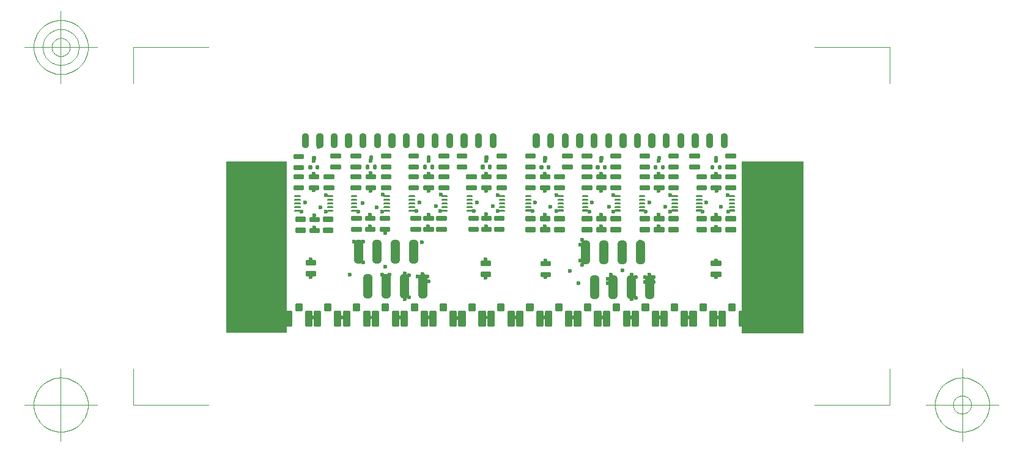
<source format=gbr>
G04 Generated by Ultiboard *
%FSLAX25Y25*%
%MOMM*%

%ADD10C,0.00100*%
%ADD11C,0.10000*%
%ADD12C,0.60000*%
%ADD13R,0.20000X1.20000*%
%ADD14C,0.80000*%
%ADD15R,0.60000X1.80000*%
%ADD16C,0.40000*%
%ADD17R,0.60000X0.65000*%
%ADD18R,1.05867X0.27534*%
%ADD19C,0.42316*%
%ADD20R,0.20000X2.30000*%
%ADD21C,1.00000*%
%ADD22C,2.70916*%
%ADD23R,0.10000X0.20000*%
%ADD24R,0.70000X0.10000*%
%ADD25C,0.20000*%


%LNSolder Mask Top*%
%LPD*%
%FSLAX25Y25*%
%MOMM*%
G54D10*
G36*
X0Y5900D02*
X0Y2380800D01*
X838100Y2380800D01*
X838100Y5900D01*
X0Y5900D01*
G37*
G36*
X7140000Y0D02*
X7140000Y2374900D01*
X7990000Y2374900D01*
X7990000Y0D01*
X7140000Y0D01*
G37*
G54D11*
X-1290000Y-990000D02*
X-1290000Y-495000D01*
X-1290000Y-990000D02*
X-242000Y-990000D01*
X9190000Y-990000D02*
X8142000Y-990000D01*
X9190000Y-990000D02*
X9190000Y-495000D01*
X9190000Y3960000D02*
X9190000Y3465000D01*
X9190000Y3960000D02*
X8142000Y3960000D01*
X-1290000Y3960000D02*
X-242000Y3960000D01*
X-1290000Y3960000D02*
X-1290000Y3465000D01*
X-1790000Y-990000D02*
X-2790000Y-990000D01*
X-2290000Y-1490000D02*
X-2290000Y-490000D01*
X-1915000Y-990000D02*
X-1916806Y-953244D01*
X-1916806Y-953244D02*
X-1922206Y-916841D01*
X-1922206Y-916841D02*
X-1931147Y-881143D01*
X-1931147Y-881143D02*
X-1943545Y-846494D01*
X-1943545Y-846494D02*
X-1959280Y-813226D01*
X-1959280Y-813226D02*
X-1978199Y-781661D01*
X-1978199Y-781661D02*
X-2000121Y-752103D01*
X-2000121Y-752103D02*
X-2024835Y-724835D01*
X-2024835Y-724835D02*
X-2052103Y-700121D01*
X-2052103Y-700121D02*
X-2081661Y-678199D01*
X-2081661Y-678199D02*
X-2113226Y-659280D01*
X-2113226Y-659280D02*
X-2146494Y-643545D01*
X-2146494Y-643545D02*
X-2181143Y-631147D01*
X-2181143Y-631147D02*
X-2216841Y-622206D01*
X-2216841Y-622206D02*
X-2253244Y-616806D01*
X-2253244Y-616806D02*
X-2290000Y-615000D01*
X-2290000Y-615000D02*
X-2326756Y-616806D01*
X-2326756Y-616806D02*
X-2363159Y-622206D01*
X-2363159Y-622206D02*
X-2398857Y-631147D01*
X-2398857Y-631147D02*
X-2433506Y-643545D01*
X-2433506Y-643545D02*
X-2466774Y-659280D01*
X-2466774Y-659280D02*
X-2498339Y-678199D01*
X-2498339Y-678199D02*
X-2527897Y-700121D01*
X-2527897Y-700121D02*
X-2555165Y-724835D01*
X-2555165Y-724835D02*
X-2579879Y-752103D01*
X-2579879Y-752103D02*
X-2601801Y-781661D01*
X-2601801Y-781661D02*
X-2620720Y-813226D01*
X-2620720Y-813226D02*
X-2636455Y-846494D01*
X-2636455Y-846494D02*
X-2648853Y-881143D01*
X-2648853Y-881143D02*
X-2657794Y-916841D01*
X-2657794Y-916841D02*
X-2663194Y-953244D01*
X-2663194Y-953244D02*
X-2665000Y-990000D01*
X-2665000Y-990000D02*
X-2663194Y-1026756D01*
X-2663194Y-1026756D02*
X-2657794Y-1063159D01*
X-2657794Y-1063159D02*
X-2648853Y-1098857D01*
X-2648853Y-1098857D02*
X-2636455Y-1133506D01*
X-2636455Y-1133506D02*
X-2620720Y-1166774D01*
X-2620720Y-1166774D02*
X-2601801Y-1198339D01*
X-2601801Y-1198339D02*
X-2579879Y-1227897D01*
X-2579879Y-1227897D02*
X-2555165Y-1255165D01*
X-2555165Y-1255165D02*
X-2527897Y-1279879D01*
X-2527897Y-1279879D02*
X-2498339Y-1301801D01*
X-2498339Y-1301801D02*
X-2466774Y-1320720D01*
X-2466774Y-1320720D02*
X-2433506Y-1336455D01*
X-2433506Y-1336455D02*
X-2398857Y-1348853D01*
X-2398857Y-1348853D02*
X-2363159Y-1357794D01*
X-2363159Y-1357794D02*
X-2326756Y-1363194D01*
X-2326756Y-1363194D02*
X-2290000Y-1365000D01*
X-2290000Y-1365000D02*
X-2253244Y-1363194D01*
X-2253244Y-1363194D02*
X-2216841Y-1357794D01*
X-2216841Y-1357794D02*
X-2181143Y-1348853D01*
X-2181143Y-1348853D02*
X-2146494Y-1336455D01*
X-2146494Y-1336455D02*
X-2113226Y-1320720D01*
X-2113226Y-1320720D02*
X-2081661Y-1301801D01*
X-2081661Y-1301801D02*
X-2052103Y-1279879D01*
X-2052103Y-1279879D02*
X-2024835Y-1255165D01*
X-2024835Y-1255165D02*
X-2000121Y-1227897D01*
X-2000121Y-1227897D02*
X-1978199Y-1198339D01*
X-1978199Y-1198339D02*
X-1959280Y-1166774D01*
X-1959280Y-1166774D02*
X-1943545Y-1133506D01*
X-1943545Y-1133506D02*
X-1931147Y-1098857D01*
X-1931147Y-1098857D02*
X-1922206Y-1063159D01*
X-1922206Y-1063159D02*
X-1916806Y-1026756D01*
X-1916806Y-1026756D02*
X-1915000Y-990000D01*
X9690000Y-990000D02*
X10690000Y-990000D01*
X10190000Y-1490000D02*
X10190000Y-490000D01*
X10565000Y-990000D02*
X10563194Y-953244D01*
X10563194Y-953244D02*
X10557795Y-916841D01*
X10557795Y-916841D02*
X10548853Y-881143D01*
X10548853Y-881143D02*
X10536455Y-846494D01*
X10536455Y-846494D02*
X10520721Y-813226D01*
X10520721Y-813226D02*
X10501801Y-781661D01*
X10501801Y-781661D02*
X10479879Y-752103D01*
X10479879Y-752103D02*
X10455165Y-724835D01*
X10455165Y-724835D02*
X10427898Y-700121D01*
X10427898Y-700121D02*
X10398339Y-678199D01*
X10398339Y-678199D02*
X10366774Y-659280D01*
X10366774Y-659280D02*
X10333506Y-643545D01*
X10333506Y-643545D02*
X10298857Y-631147D01*
X10298857Y-631147D02*
X10263159Y-622206D01*
X10263159Y-622206D02*
X10226757Y-616806D01*
X10226757Y-616806D02*
X10190000Y-615000D01*
X10190000Y-615000D02*
X10153244Y-616806D01*
X10153244Y-616806D02*
X10116841Y-622206D01*
X10116841Y-622206D02*
X10081143Y-631147D01*
X10081143Y-631147D02*
X10046494Y-643545D01*
X10046494Y-643545D02*
X10013226Y-659280D01*
X10013226Y-659280D02*
X9981661Y-678199D01*
X9981661Y-678199D02*
X9952103Y-700121D01*
X9952103Y-700121D02*
X9924835Y-724835D01*
X9924835Y-724835D02*
X9900121Y-752103D01*
X9900121Y-752103D02*
X9878199Y-781661D01*
X9878199Y-781661D02*
X9859280Y-813226D01*
X9859280Y-813226D02*
X9843545Y-846494D01*
X9843545Y-846494D02*
X9831148Y-881143D01*
X9831148Y-881143D02*
X9822206Y-916841D01*
X9822206Y-916841D02*
X9816806Y-953244D01*
X9816806Y-953244D02*
X9815000Y-990000D01*
X9815000Y-990000D02*
X9816806Y-1026756D01*
X9816806Y-1026756D02*
X9822206Y-1063159D01*
X9822206Y-1063159D02*
X9831148Y-1098857D01*
X9831148Y-1098857D02*
X9843545Y-1133506D01*
X9843545Y-1133506D02*
X9859280Y-1166774D01*
X9859280Y-1166774D02*
X9878199Y-1198339D01*
X9878199Y-1198339D02*
X9900121Y-1227897D01*
X9900121Y-1227897D02*
X9924835Y-1255165D01*
X9924835Y-1255165D02*
X9952103Y-1279879D01*
X9952103Y-1279879D02*
X9981661Y-1301801D01*
X9981661Y-1301801D02*
X10013226Y-1320720D01*
X10013226Y-1320720D02*
X10046494Y-1336455D01*
X10046494Y-1336455D02*
X10081143Y-1348853D01*
X10081143Y-1348853D02*
X10116841Y-1357794D01*
X10116841Y-1357794D02*
X10153244Y-1363194D01*
X10153244Y-1363194D02*
X10190000Y-1365000D01*
X10190000Y-1365000D02*
X10226757Y-1363194D01*
X10226757Y-1363194D02*
X10263159Y-1357794D01*
X10263159Y-1357794D02*
X10298857Y-1348853D01*
X10298857Y-1348853D02*
X10333506Y-1336455D01*
X10333506Y-1336455D02*
X10366774Y-1320720D01*
X10366774Y-1320720D02*
X10398339Y-1301801D01*
X10398339Y-1301801D02*
X10427898Y-1279879D01*
X10427898Y-1279879D02*
X10455165Y-1255165D01*
X10455165Y-1255165D02*
X10479879Y-1227897D01*
X10479879Y-1227897D02*
X10501801Y-1198339D01*
X10501801Y-1198339D02*
X10520721Y-1166774D01*
X10520721Y-1166774D02*
X10536455Y-1133506D01*
X10536455Y-1133506D02*
X10548853Y-1098857D01*
X10548853Y-1098857D02*
X10557795Y-1063159D01*
X10557795Y-1063159D02*
X10563194Y-1026756D01*
X10563194Y-1026756D02*
X10565000Y-990000D01*
X10315000Y-990000D02*
X10314398Y-977748D01*
X10314398Y-977748D02*
X10312598Y-965614D01*
X10312598Y-965614D02*
X10309618Y-953715D01*
X10309618Y-953715D02*
X10305485Y-942165D01*
X10305485Y-942165D02*
X10300240Y-931076D01*
X10300240Y-931076D02*
X10293934Y-920554D01*
X10293934Y-920554D02*
X10286626Y-910701D01*
X10286626Y-910701D02*
X10278388Y-901612D01*
X10278388Y-901612D02*
X10269299Y-893374D01*
X10269299Y-893374D02*
X10259446Y-886066D01*
X10259446Y-886066D02*
X10248925Y-879760D01*
X10248925Y-879760D02*
X10237836Y-874515D01*
X10237836Y-874515D02*
X10226286Y-870383D01*
X10226286Y-870383D02*
X10214386Y-867402D01*
X10214386Y-867402D02*
X10202252Y-865602D01*
X10202252Y-865602D02*
X10190000Y-865000D01*
X10190000Y-865000D02*
X10177748Y-865602D01*
X10177748Y-865602D02*
X10165614Y-867402D01*
X10165614Y-867402D02*
X10153715Y-870383D01*
X10153715Y-870383D02*
X10142165Y-874515D01*
X10142165Y-874515D02*
X10131076Y-879760D01*
X10131076Y-879760D02*
X10120554Y-886066D01*
X10120554Y-886066D02*
X10110701Y-893374D01*
X10110701Y-893374D02*
X10101612Y-901612D01*
X10101612Y-901612D02*
X10093374Y-910701D01*
X10093374Y-910701D02*
X10086066Y-920554D01*
X10086066Y-920554D02*
X10079760Y-931076D01*
X10079760Y-931076D02*
X10074515Y-942165D01*
X10074515Y-942165D02*
X10070383Y-953715D01*
X10070383Y-953715D02*
X10067402Y-965614D01*
X10067402Y-965614D02*
X10065602Y-977748D01*
X10065602Y-977748D02*
X10065000Y-990000D01*
X10065000Y-990000D02*
X10065602Y-1002252D01*
X10065602Y-1002252D02*
X10067402Y-1014386D01*
X10067402Y-1014386D02*
X10070383Y-1026286D01*
X10070383Y-1026286D02*
X10074515Y-1037835D01*
X10074515Y-1037835D02*
X10079760Y-1048925D01*
X10079760Y-1048925D02*
X10086066Y-1059446D01*
X10086066Y-1059446D02*
X10093374Y-1069299D01*
X10093374Y-1069299D02*
X10101612Y-1078388D01*
X10101612Y-1078388D02*
X10110701Y-1086626D01*
X10110701Y-1086626D02*
X10120554Y-1093934D01*
X10120554Y-1093934D02*
X10131076Y-1100240D01*
X10131076Y-1100240D02*
X10142165Y-1105485D01*
X10142165Y-1105485D02*
X10153715Y-1109618D01*
X10153715Y-1109618D02*
X10165614Y-1112598D01*
X10165614Y-1112598D02*
X10177748Y-1114398D01*
X10177748Y-1114398D02*
X10190000Y-1115000D01*
X10190000Y-1115000D02*
X10202252Y-1114398D01*
X10202252Y-1114398D02*
X10214386Y-1112598D01*
X10214386Y-1112598D02*
X10226286Y-1109618D01*
X10226286Y-1109618D02*
X10237836Y-1105485D01*
X10237836Y-1105485D02*
X10248925Y-1100240D01*
X10248925Y-1100240D02*
X10259446Y-1093934D01*
X10259446Y-1093934D02*
X10269299Y-1086626D01*
X10269299Y-1086626D02*
X10278388Y-1078388D01*
X10278388Y-1078388D02*
X10286626Y-1069299D01*
X10286626Y-1069299D02*
X10293934Y-1059446D01*
X10293934Y-1059446D02*
X10300240Y-1048925D01*
X10300240Y-1048925D02*
X10305485Y-1037835D01*
X10305485Y-1037835D02*
X10309618Y-1026286D01*
X10309618Y-1026286D02*
X10312598Y-1014386D01*
X10312598Y-1014386D02*
X10314398Y-1002252D01*
X10314398Y-1002252D02*
X10315000Y-990000D01*
X-1790000Y3960000D02*
X-2790000Y3960000D01*
X-2290000Y3460000D02*
X-2290000Y4460000D01*
X-1915000Y3960000D02*
X-1916806Y3996757D01*
X-1916806Y3996757D02*
X-1922206Y4033159D01*
X-1922206Y4033159D02*
X-1931147Y4068857D01*
X-1931147Y4068857D02*
X-1943545Y4103506D01*
X-1943545Y4103506D02*
X-1959280Y4136774D01*
X-1959280Y4136774D02*
X-1978199Y4168339D01*
X-1978199Y4168339D02*
X-2000121Y4197898D01*
X-2000121Y4197898D02*
X-2024835Y4225165D01*
X-2024835Y4225165D02*
X-2052103Y4249879D01*
X-2052103Y4249879D02*
X-2081661Y4271801D01*
X-2081661Y4271801D02*
X-2113226Y4290721D01*
X-2113226Y4290721D02*
X-2146494Y4306455D01*
X-2146494Y4306455D02*
X-2181143Y4318853D01*
X-2181143Y4318853D02*
X-2216841Y4327795D01*
X-2216841Y4327795D02*
X-2253244Y4333194D01*
X-2253244Y4333194D02*
X-2290000Y4335000D01*
X-2290000Y4335000D02*
X-2326756Y4333194D01*
X-2326756Y4333194D02*
X-2363159Y4327795D01*
X-2363159Y4327795D02*
X-2398857Y4318853D01*
X-2398857Y4318853D02*
X-2433506Y4306455D01*
X-2433506Y4306455D02*
X-2466774Y4290721D01*
X-2466774Y4290721D02*
X-2498339Y4271801D01*
X-2498339Y4271801D02*
X-2527897Y4249879D01*
X-2527897Y4249879D02*
X-2555165Y4225165D01*
X-2555165Y4225165D02*
X-2579879Y4197898D01*
X-2579879Y4197898D02*
X-2601801Y4168339D01*
X-2601801Y4168339D02*
X-2620720Y4136774D01*
X-2620720Y4136774D02*
X-2636455Y4103506D01*
X-2636455Y4103506D02*
X-2648853Y4068857D01*
X-2648853Y4068857D02*
X-2657794Y4033159D01*
X-2657794Y4033159D02*
X-2663194Y3996757D01*
X-2663194Y3996757D02*
X-2665000Y3960000D01*
X-2665000Y3960000D02*
X-2663194Y3923244D01*
X-2663194Y3923244D02*
X-2657794Y3886841D01*
X-2657794Y3886841D02*
X-2648853Y3851143D01*
X-2648853Y3851143D02*
X-2636455Y3816494D01*
X-2636455Y3816494D02*
X-2620720Y3783226D01*
X-2620720Y3783226D02*
X-2601801Y3751661D01*
X-2601801Y3751661D02*
X-2579879Y3722103D01*
X-2579879Y3722103D02*
X-2555165Y3694835D01*
X-2555165Y3694835D02*
X-2527897Y3670121D01*
X-2527897Y3670121D02*
X-2498339Y3648199D01*
X-2498339Y3648199D02*
X-2466774Y3629280D01*
X-2466774Y3629280D02*
X-2433506Y3613545D01*
X-2433506Y3613545D02*
X-2398857Y3601148D01*
X-2398857Y3601148D02*
X-2363159Y3592206D01*
X-2363159Y3592206D02*
X-2326756Y3586806D01*
X-2326756Y3586806D02*
X-2290000Y3585000D01*
X-2290000Y3585000D02*
X-2253244Y3586806D01*
X-2253244Y3586806D02*
X-2216841Y3592206D01*
X-2216841Y3592206D02*
X-2181143Y3601148D01*
X-2181143Y3601148D02*
X-2146494Y3613545D01*
X-2146494Y3613545D02*
X-2113226Y3629280D01*
X-2113226Y3629280D02*
X-2081661Y3648199D01*
X-2081661Y3648199D02*
X-2052103Y3670121D01*
X-2052103Y3670121D02*
X-2024835Y3694835D01*
X-2024835Y3694835D02*
X-2000121Y3722103D01*
X-2000121Y3722103D02*
X-1978199Y3751661D01*
X-1978199Y3751661D02*
X-1959280Y3783226D01*
X-1959280Y3783226D02*
X-1943545Y3816494D01*
X-1943545Y3816494D02*
X-1931147Y3851143D01*
X-1931147Y3851143D02*
X-1922206Y3886841D01*
X-1922206Y3886841D02*
X-1916806Y3923244D01*
X-1916806Y3923244D02*
X-1915000Y3960000D01*
X-2040000Y3960000D02*
X-2041204Y3984504D01*
X-2041204Y3984504D02*
X-2044804Y4008773D01*
X-2044804Y4008773D02*
X-2050765Y4032571D01*
X-2050765Y4032571D02*
X-2059030Y4055671D01*
X-2059030Y4055671D02*
X-2069520Y4077849D01*
X-2069520Y4077849D02*
X-2082133Y4098893D01*
X-2082133Y4098893D02*
X-2096747Y4118598D01*
X-2096747Y4118598D02*
X-2113223Y4136777D01*
X-2113223Y4136777D02*
X-2131402Y4153253D01*
X-2131402Y4153253D02*
X-2151107Y4167868D01*
X-2151107Y4167868D02*
X-2172151Y4180480D01*
X-2172151Y4180480D02*
X-2194329Y4190970D01*
X-2194329Y4190970D02*
X-2217429Y4199235D01*
X-2217429Y4199235D02*
X-2241227Y4205196D01*
X-2241227Y4205196D02*
X-2265496Y4208796D01*
X-2265496Y4208796D02*
X-2290000Y4210000D01*
X-2290000Y4210000D02*
X-2314504Y4208796D01*
X-2314504Y4208796D02*
X-2338772Y4205196D01*
X-2338772Y4205196D02*
X-2362571Y4199235D01*
X-2362571Y4199235D02*
X-2385671Y4190970D01*
X-2385671Y4190970D02*
X-2407849Y4180480D01*
X-2407849Y4180480D02*
X-2428892Y4167868D01*
X-2428892Y4167868D02*
X-2448598Y4153253D01*
X-2448598Y4153253D02*
X-2466777Y4136777D01*
X-2466777Y4136777D02*
X-2483253Y4118598D01*
X-2483253Y4118598D02*
X-2497867Y4098893D01*
X-2497867Y4098893D02*
X-2510480Y4077849D01*
X-2510480Y4077849D02*
X-2520970Y4055671D01*
X-2520970Y4055671D02*
X-2529235Y4032571D01*
X-2529235Y4032571D02*
X-2535196Y4008773D01*
X-2535196Y4008773D02*
X-2538796Y3984504D01*
X-2538796Y3984504D02*
X-2540000Y3960000D01*
X-2540000Y3960000D02*
X-2538796Y3935496D01*
X-2538796Y3935496D02*
X-2535196Y3911228D01*
X-2535196Y3911228D02*
X-2529235Y3887429D01*
X-2529235Y3887429D02*
X-2520970Y3864329D01*
X-2520970Y3864329D02*
X-2510480Y3842151D01*
X-2510480Y3842151D02*
X-2497867Y3821108D01*
X-2497867Y3821108D02*
X-2483253Y3801402D01*
X-2483253Y3801402D02*
X-2466777Y3783223D01*
X-2466777Y3783223D02*
X-2448598Y3766748D01*
X-2448598Y3766748D02*
X-2428892Y3752133D01*
X-2428892Y3752133D02*
X-2407849Y3739520D01*
X-2407849Y3739520D02*
X-2385671Y3729030D01*
X-2385671Y3729030D02*
X-2362571Y3720765D01*
X-2362571Y3720765D02*
X-2338772Y3714804D01*
X-2338772Y3714804D02*
X-2314504Y3711204D01*
X-2314504Y3711204D02*
X-2290000Y3710000D01*
X-2290000Y3710000D02*
X-2265496Y3711204D01*
X-2265496Y3711204D02*
X-2241227Y3714804D01*
X-2241227Y3714804D02*
X-2217429Y3720765D01*
X-2217429Y3720765D02*
X-2194329Y3729030D01*
X-2194329Y3729030D02*
X-2172151Y3739520D01*
X-2172151Y3739520D02*
X-2151107Y3752133D01*
X-2151107Y3752133D02*
X-2131402Y3766748D01*
X-2131402Y3766748D02*
X-2113223Y3783223D01*
X-2113223Y3783223D02*
X-2096747Y3801402D01*
X-2096747Y3801402D02*
X-2082133Y3821108D01*
X-2082133Y3821108D02*
X-2069520Y3842151D01*
X-2069520Y3842151D02*
X-2059030Y3864329D01*
X-2059030Y3864329D02*
X-2050765Y3887429D01*
X-2050765Y3887429D02*
X-2044804Y3911228D01*
X-2044804Y3911228D02*
X-2041204Y3935496D01*
X-2041204Y3935496D02*
X-2040000Y3960000D01*
X-2165000Y3960000D02*
X-2165602Y3972252D01*
X-2165602Y3972252D02*
X-2167402Y3984386D01*
X-2167402Y3984386D02*
X-2170382Y3996286D01*
X-2170382Y3996286D02*
X-2174515Y4007836D01*
X-2174515Y4007836D02*
X-2179760Y4018925D01*
X-2179760Y4018925D02*
X-2186066Y4029446D01*
X-2186066Y4029446D02*
X-2193374Y4039299D01*
X-2193374Y4039299D02*
X-2201612Y4048388D01*
X-2201612Y4048388D02*
X-2210701Y4056626D01*
X-2210701Y4056626D02*
X-2220554Y4063934D01*
X-2220554Y4063934D02*
X-2231075Y4070240D01*
X-2231075Y4070240D02*
X-2242165Y4075485D01*
X-2242165Y4075485D02*
X-2253714Y4079618D01*
X-2253714Y4079618D02*
X-2265614Y4082598D01*
X-2265614Y4082598D02*
X-2277748Y4084398D01*
X-2277748Y4084398D02*
X-2290000Y4085000D01*
X-2290000Y4085000D02*
X-2302252Y4084398D01*
X-2302252Y4084398D02*
X-2314386Y4082598D01*
X-2314386Y4082598D02*
X-2326285Y4079618D01*
X-2326285Y4079618D02*
X-2337835Y4075485D01*
X-2337835Y4075485D02*
X-2348924Y4070240D01*
X-2348924Y4070240D02*
X-2359446Y4063934D01*
X-2359446Y4063934D02*
X-2369299Y4056626D01*
X-2369299Y4056626D02*
X-2378388Y4048388D01*
X-2378388Y4048388D02*
X-2386626Y4039299D01*
X-2386626Y4039299D02*
X-2393934Y4029446D01*
X-2393934Y4029446D02*
X-2400240Y4018925D01*
X-2400240Y4018925D02*
X-2405485Y4007836D01*
X-2405485Y4007836D02*
X-2409617Y3996286D01*
X-2409617Y3996286D02*
X-2412598Y3984386D01*
X-2412598Y3984386D02*
X-2414398Y3972252D01*
X-2414398Y3972252D02*
X-2415000Y3960000D01*
X-2415000Y3960000D02*
X-2414398Y3947748D01*
X-2414398Y3947748D02*
X-2412598Y3935614D01*
X-2412598Y3935614D02*
X-2409617Y3923715D01*
X-2409617Y3923715D02*
X-2405485Y3912165D01*
X-2405485Y3912165D02*
X-2400240Y3901076D01*
X-2400240Y3901076D02*
X-2393934Y3890554D01*
X-2393934Y3890554D02*
X-2386626Y3880701D01*
X-2386626Y3880701D02*
X-2378388Y3871612D01*
X-2378388Y3871612D02*
X-2369299Y3863374D01*
X-2369299Y3863374D02*
X-2359446Y3856066D01*
X-2359446Y3856066D02*
X-2348924Y3849760D01*
X-2348924Y3849760D02*
X-2337835Y3844515D01*
X-2337835Y3844515D02*
X-2326285Y3840383D01*
X-2326285Y3840383D02*
X-2314386Y3837402D01*
X-2314386Y3837402D02*
X-2302252Y3835602D01*
X-2302252Y3835602D02*
X-2290000Y3835000D01*
X-2290000Y3835000D02*
X-2277748Y3835602D01*
X-2277748Y3835602D02*
X-2265614Y3837402D01*
X-2265614Y3837402D02*
X-2253714Y3840383D01*
X-2253714Y3840383D02*
X-2242165Y3844515D01*
X-2242165Y3844515D02*
X-2231075Y3849760D01*
X-2231075Y3849760D02*
X-2220554Y3856066D01*
X-2220554Y3856066D02*
X-2210701Y3863374D01*
X-2210701Y3863374D02*
X-2201612Y3871612D01*
X-2201612Y3871612D02*
X-2193374Y3880701D01*
X-2193374Y3880701D02*
X-2186066Y3890554D01*
X-2186066Y3890554D02*
X-2179760Y3901076D01*
X-2179760Y3901076D02*
X-2174515Y3912165D01*
X-2174515Y3912165D02*
X-2170382Y3923715D01*
X-2170382Y3923715D02*
X-2167402Y3935614D01*
X-2167402Y3935614D02*
X-2165602Y3947748D01*
X-2165602Y3947748D02*
X-2165000Y3960000D01*
G54D12*
X6400000Y220000D03*
X3200300Y209100D03*
X1600100Y221800D03*
X99700Y1572200D03*
X763200Y1571700D03*
X1220000Y1630000D03*
X763200Y1457400D03*
X759700Y669500D03*
X761300Y212300D03*
X761300Y98000D03*
X759700Y555200D03*
X759700Y440900D03*
X761300Y326600D03*
X760000Y1123000D03*
X761600Y1008700D03*
X761600Y894400D03*
X761600Y780100D03*
X760000Y1351600D03*
X760000Y1237300D03*
X98100Y780600D03*
X96200Y441400D03*
X97800Y212800D03*
X97800Y98500D03*
X97800Y327100D03*
X96200Y670000D03*
X96200Y555700D03*
X96500Y1237800D03*
X96500Y1123500D03*
X98100Y1009200D03*
X98100Y894900D03*
X99700Y1457900D03*
X96500Y1352100D03*
X1168300Y780600D03*
X1193700Y221800D03*
X1168300Y1021900D03*
X1220000Y1460000D03*
X763500Y2253800D03*
X761600Y1914600D03*
X761600Y1800300D03*
X763200Y1686000D03*
X761600Y2028900D03*
X760000Y2140000D03*
X98100Y2029400D03*
X98100Y1915100D03*
X98100Y1800800D03*
X99700Y1686500D03*
X100000Y2254300D03*
X100000Y2140000D03*
X1210000Y2390000D03*
X1210000Y2210000D03*
X1210000Y1980000D03*
X1090000Y1810000D03*
X1040000Y1680000D03*
X1308000Y1745800D03*
X1380000Y1680000D03*
X1380000Y1910000D03*
X1090000Y2720000D03*
X1282600Y2584000D03*
X1990000Y1640000D03*
X2800000Y1640000D03*
X2400200Y221800D03*
X1710000Y810000D03*
X2260000Y810000D03*
X2160000Y810000D03*
X1993800Y221800D03*
X1990000Y1480000D03*
X1900000Y980000D03*
X1770000Y1270000D03*
X1900000Y1270000D03*
X2200000Y920000D03*
X2200000Y1390000D03*
X2470000Y830000D03*
X2720000Y820000D03*
X2650000Y790000D03*
X2530000Y800000D03*
X2790000Y790000D03*
X2793900Y221800D03*
X2800000Y720000D03*
X2470000Y470000D03*
X2530000Y500000D03*
X2793900Y1479100D03*
X2710000Y1260000D03*
X2000000Y2390000D03*
X2000000Y2220000D03*
X2000000Y1970000D03*
X1828700Y1682300D03*
X1890000Y1800000D03*
X2158900Y1682300D03*
X2082700Y1745800D03*
X2170000Y1920000D03*
X2800000Y2390000D03*
X2800000Y2210000D03*
X2800000Y1970000D03*
X2679600Y1809300D03*
X2630000Y1690000D03*
X2908200Y1758500D03*
X2970000Y1920000D03*
X2960000Y1690000D03*
X4800000Y220000D03*
X4760000Y860000D03*
X4410000Y1640000D03*
X4000000Y220000D03*
X3594000Y767900D03*
X3594000Y221800D03*
X3599300Y1479100D03*
X3594000Y1021900D03*
X4420000Y780000D03*
X4400000Y220000D03*
X4410000Y1480000D03*
X4420000Y1010000D03*
X3600000Y2390000D03*
X3600000Y2210000D03*
X3600000Y1970000D03*
X3600000Y1650000D03*
X3430000Y1690000D03*
X3470000Y1810000D03*
X3690000Y1760000D03*
X3760000Y1690000D03*
X3760000Y1910000D03*
X3490000Y2720000D03*
X3690000Y2720000D03*
X4410000Y2390000D03*
X4410000Y1970000D03*
X4410000Y2210000D03*
X4240000Y1690000D03*
X4280000Y1810000D03*
X4490000Y1750000D03*
X4570000Y1910000D03*
X4570000Y1690000D03*
X4290000Y2720000D03*
X4490000Y2600000D03*
X5190000Y1640000D03*
X5990000Y1640000D03*
X5600000Y220000D03*
X5610000Y810000D03*
X5610000Y470000D03*
X5330000Y810000D03*
X5200000Y220000D03*
X4880000Y690000D03*
X5280000Y750000D03*
X5280000Y690000D03*
X5190000Y1480000D03*
X4900000Y1230000D03*
X4930000Y950000D03*
X4900000Y1010000D03*
X4990000Y1437600D03*
X4930000Y1290000D03*
X5490000Y870000D03*
X5390000Y1437600D03*
X5670000Y780000D03*
X5860000Y810000D03*
X5800000Y780000D03*
X5920000Y780000D03*
X6000000Y220000D03*
X5670000Y490000D03*
X5800000Y710000D03*
X5920000Y710000D03*
X5990000Y1480000D03*
X5730000Y1270000D03*
X5190000Y2390000D03*
X5190000Y2210000D03*
X5190000Y1970000D03*
X5060000Y1810000D03*
X5030000Y1680000D03*
X5360000Y1680000D03*
X5300000Y1750000D03*
X5360000Y1910000D03*
X5990000Y2390000D03*
X5990000Y1970000D03*
X5990000Y2210000D03*
X5860000Y1810000D03*
X5810000Y1680000D03*
X6080000Y1750000D03*
X6150000Y1680000D03*
X6150000Y1910000D03*
X7875400Y1578900D03*
X7211900Y1579400D03*
X6780000Y1640000D03*
X7211900Y1465100D03*
X7208400Y677200D03*
X7210000Y220000D03*
X7210000Y105700D03*
X7208400Y448600D03*
X7208400Y562900D03*
X7210000Y334300D03*
X7210300Y787800D03*
X7210300Y1016400D03*
X7210300Y902100D03*
X7208700Y1245000D03*
X7208700Y1359300D03*
X7208700Y1130700D03*
X6780000Y780000D03*
X6800000Y220000D03*
X6780000Y1470000D03*
X6780000Y1010000D03*
X7873800Y787300D03*
X7873500Y219500D03*
X7873500Y105200D03*
X7873500Y333800D03*
X7871900Y562400D03*
X7871900Y448100D03*
X7871900Y676700D03*
X7872200Y1244500D03*
X7873800Y1015900D03*
X7873800Y901600D03*
X7872200Y1130200D03*
X7872200Y1358800D03*
X7875400Y1464600D03*
X7212200Y2261500D03*
X7210300Y1922300D03*
X7210300Y1808000D03*
X7211900Y1693700D03*
X7210300Y2036600D03*
X7212200Y2147200D03*
X6780000Y2390000D03*
X6790000Y1970000D03*
X6780000Y2210000D03*
X6650000Y1810000D03*
X6600000Y1680000D03*
X6850000Y1750000D03*
X6950000Y1680000D03*
X6940000Y1910000D03*
X6690000Y2610000D03*
X6890000Y2720000D03*
X7873800Y2036100D03*
X7873800Y1807500D03*
X7875400Y1693200D03*
X7873800Y1921800D03*
X7875700Y2146700D03*
X7875700Y2261000D03*
G54D13*
X4290000Y2670000D03*
X4690000Y2670000D03*
X4490000Y2670000D03*
X5090000Y2670000D03*
X4890000Y2670000D03*
X5490000Y2670000D03*
X5290000Y2670000D03*
X5890000Y2670000D03*
X5690000Y2670000D03*
X6290000Y2670000D03*
X6090000Y2670000D03*
X6690000Y2670000D03*
X6490000Y2670000D03*
X6890000Y2670000D03*
X1290000Y2670000D03*
X1090000Y2670000D03*
X1490000Y2670000D03*
X1890000Y2670000D03*
X1690000Y2670000D03*
X2290000Y2670000D03*
X2090000Y2670000D03*
X2690000Y2670000D03*
X2490000Y2670000D03*
X3090000Y2670000D03*
X2890000Y2670000D03*
X3490000Y2670000D03*
X3290000Y2670000D03*
X3690000Y2670000D03*
G54D14*
X4280000Y2610000D02*
X4300000Y2610000D01*
X4300000Y2730000D01*
X4280000Y2730000D01*
X4280000Y2610000D01*D02*
X4680000Y2610000D02*
X4700000Y2610000D01*
X4700000Y2730000D01*
X4680000Y2730000D01*
X4680000Y2610000D01*D02*
X4480000Y2610000D02*
X4500000Y2610000D01*
X4500000Y2730000D01*
X4480000Y2730000D01*
X4480000Y2610000D01*D02*
X5080000Y2610000D02*
X5100000Y2610000D01*
X5100000Y2730000D01*
X5080000Y2730000D01*
X5080000Y2610000D01*D02*
X4880000Y2610000D02*
X4900000Y2610000D01*
X4900000Y2730000D01*
X4880000Y2730000D01*
X4880000Y2610000D01*D02*
X5480000Y2610000D02*
X5500000Y2610000D01*
X5500000Y2730000D01*
X5480000Y2730000D01*
X5480000Y2610000D01*D02*
X5280000Y2610000D02*
X5300000Y2610000D01*
X5300000Y2730000D01*
X5280000Y2730000D01*
X5280000Y2610000D01*D02*
X5880000Y2610000D02*
X5900000Y2610000D01*
X5900000Y2730000D01*
X5880000Y2730000D01*
X5880000Y2610000D01*D02*
X5680000Y2610000D02*
X5700000Y2610000D01*
X5700000Y2730000D01*
X5680000Y2730000D01*
X5680000Y2610000D01*D02*
X6280000Y2610000D02*
X6300000Y2610000D01*
X6300000Y2730000D01*
X6280000Y2730000D01*
X6280000Y2610000D01*D02*
X6080000Y2610000D02*
X6100000Y2610000D01*
X6100000Y2730000D01*
X6080000Y2730000D01*
X6080000Y2610000D01*D02*
X6680000Y2610000D02*
X6700000Y2610000D01*
X6700000Y2730000D01*
X6680000Y2730000D01*
X6680000Y2610000D01*D02*
X6480000Y2610000D02*
X6500000Y2610000D01*
X6500000Y2730000D01*
X6480000Y2730000D01*
X6480000Y2610000D01*D02*
X6880000Y2610000D02*
X6900000Y2610000D01*
X6900000Y2730000D01*
X6880000Y2730000D01*
X6880000Y2610000D01*D02*
X1280000Y2610000D02*
X1300000Y2610000D01*
X1300000Y2730000D01*
X1280000Y2730000D01*
X1280000Y2610000D01*D02*
X1080000Y2610000D02*
X1100000Y2610000D01*
X1100000Y2730000D01*
X1080000Y2730000D01*
X1080000Y2610000D01*D02*
X1480000Y2610000D02*
X1500000Y2610000D01*
X1500000Y2730000D01*
X1480000Y2730000D01*
X1480000Y2610000D01*D02*
X1880000Y2610000D02*
X1900000Y2610000D01*
X1900000Y2730000D01*
X1880000Y2730000D01*
X1880000Y2610000D01*D02*
X1680000Y2610000D02*
X1700000Y2610000D01*
X1700000Y2730000D01*
X1680000Y2730000D01*
X1680000Y2610000D01*D02*
X2280000Y2610000D02*
X2300000Y2610000D01*
X2300000Y2730000D01*
X2280000Y2730000D01*
X2280000Y2610000D01*D02*
X2080000Y2610000D02*
X2100000Y2610000D01*
X2100000Y2730000D01*
X2080000Y2730000D01*
X2080000Y2610000D01*D02*
X2680000Y2610000D02*
X2700000Y2610000D01*
X2700000Y2730000D01*
X2680000Y2730000D01*
X2680000Y2610000D01*D02*
X2480000Y2610000D02*
X2500000Y2610000D01*
X2500000Y2730000D01*
X2480000Y2730000D01*
X2480000Y2610000D01*D02*
X3080000Y2610000D02*
X3100000Y2610000D01*
X3100000Y2730000D01*
X3080000Y2730000D01*
X3080000Y2610000D01*D02*
X2880000Y2610000D02*
X2900000Y2610000D01*
X2900000Y2730000D01*
X2880000Y2730000D01*
X2880000Y2610000D01*D02*
X3480000Y2610000D02*
X3500000Y2610000D01*
X3500000Y2730000D01*
X3480000Y2730000D01*
X3480000Y2610000D01*D02*
X3280000Y2610000D02*
X3300000Y2610000D01*
X3300000Y2730000D01*
X3280000Y2730000D01*
X3280000Y2610000D01*D02*
X3680000Y2610000D02*
X3700000Y2610000D01*
X3700000Y2730000D01*
X3680000Y2730000D01*
X3680000Y2610000D01*D02*
G54D15*
X6339700Y207600D03*
X6060300Y207600D03*
X6460300Y207600D03*
X6739700Y207600D03*
X3139700Y207600D03*
X2860300Y207600D03*
X3260300Y207600D03*
X3539700Y207600D03*
X1539700Y207600D03*
X1260300Y207600D03*
X1660300Y207600D03*
X1939700Y207600D03*
X860300Y207600D03*
X1139700Y207600D03*
X2339700Y207600D03*
X2060300Y207600D03*
X2460300Y207600D03*
X2739700Y207600D03*
X4739700Y207600D03*
X4460300Y207600D03*
X4860300Y207600D03*
X5139700Y207600D03*
X3939700Y207600D03*
X3660300Y207600D03*
X4060300Y207600D03*
X4339700Y207600D03*
X5539700Y207600D03*
X5260300Y207600D03*
X5660300Y207600D03*
X5939700Y207600D03*
X7139700Y207600D03*
X6860300Y207600D03*
G54D16*
X6309700Y117600D02*
X6369700Y117600D01*
X6369700Y297600D01*
X6309700Y297600D01*
X6309700Y117600D01*D02*
X6030300Y117600D02*
X6090300Y117600D01*
X6090300Y297600D01*
X6030300Y297600D01*
X6030300Y117600D01*D02*
X6170000Y327500D02*
X6230000Y327500D01*
X6230000Y392500D01*
X6170000Y392500D01*
X6170000Y327500D01*D02*
X6430300Y117600D02*
X6490300Y117600D01*
X6490300Y297600D01*
X6430300Y297600D01*
X6430300Y117600D01*D02*
X6709700Y117600D02*
X6769700Y117600D01*
X6769700Y297600D01*
X6709700Y297600D01*
X6709700Y117600D01*D02*
X6570000Y327500D02*
X6630000Y327500D01*
X6630000Y392500D01*
X6570000Y392500D01*
X6570000Y327500D01*D02*
X3109700Y117600D02*
X3169700Y117600D01*
X3169700Y297600D01*
X3109700Y297600D01*
X3109700Y117600D01*D02*
X2830300Y117600D02*
X2890300Y117600D01*
X2890300Y297600D01*
X2830300Y297600D01*
X2830300Y117600D01*D02*
X2970000Y327500D02*
X3030000Y327500D01*
X3030000Y392500D01*
X2970000Y392500D01*
X2970000Y327500D01*D02*
X3230300Y117600D02*
X3290300Y117600D01*
X3290300Y297600D01*
X3230300Y297600D01*
X3230300Y117600D01*D02*
X3509700Y117600D02*
X3569700Y117600D01*
X3569700Y297600D01*
X3509700Y297600D01*
X3509700Y117600D01*D02*
X3370000Y327500D02*
X3430000Y327500D01*
X3430000Y392500D01*
X3370000Y392500D01*
X3370000Y327500D01*D02*
X1509700Y117600D02*
X1569700Y117600D01*
X1569700Y297600D01*
X1509700Y297600D01*
X1509700Y117600D01*D02*
X1230300Y117600D02*
X1290300Y117600D01*
X1290300Y297600D01*
X1230300Y297600D01*
X1230300Y117600D01*D02*
X1370000Y327500D02*
X1430000Y327500D01*
X1430000Y392500D01*
X1370000Y392500D01*
X1370000Y327500D01*D02*
X1630300Y117600D02*
X1690300Y117600D01*
X1690300Y297600D01*
X1630300Y297600D01*
X1630300Y117600D01*D02*
X1909700Y117600D02*
X1969700Y117600D01*
X1969700Y297600D01*
X1909700Y297600D01*
X1909700Y117600D01*D02*
X1770000Y327500D02*
X1830000Y327500D01*
X1830000Y392500D01*
X1770000Y392500D01*
X1770000Y327500D01*D02*
X830300Y117600D02*
X890300Y117600D01*
X890300Y297600D01*
X830300Y297600D01*
X830300Y117600D01*D02*
X1109700Y117600D02*
X1169700Y117600D01*
X1169700Y297600D01*
X1109700Y297600D01*
X1109700Y117600D01*D02*
X970000Y327500D02*
X1030000Y327500D01*
X1030000Y392500D01*
X970000Y392500D01*
X970000Y327500D01*D02*
X1205800Y2417000D02*
X1215800Y2417000D01*
X1215800Y2437000D01*
X1205800Y2437000D01*
X1205800Y2417000D01*D02*
X1155000Y2290000D02*
X1165000Y2290000D01*
X1165000Y2310000D01*
X1155000Y2310000D01*
X1155000Y2290000D01*D02*
X1255000Y2290000D02*
X1265000Y2290000D01*
X1265000Y2310000D01*
X1255000Y2310000D01*
X1255000Y2290000D01*D02*
X2309700Y117600D02*
X2369700Y117600D01*
X2369700Y297600D01*
X2309700Y297600D01*
X2309700Y117600D01*D02*
X2030300Y117600D02*
X2090300Y117600D01*
X2090300Y297600D01*
X2030300Y297600D01*
X2030300Y117600D01*D02*
X2170000Y327500D02*
X2230000Y327500D01*
X2230000Y392500D01*
X2170000Y392500D01*
X2170000Y327500D01*D02*
X2430300Y117600D02*
X2490300Y117600D01*
X2490300Y297600D01*
X2430300Y297600D01*
X2430300Y117600D01*D02*
X2709700Y117600D02*
X2769700Y117600D01*
X2769700Y297600D01*
X2709700Y297600D01*
X2709700Y117600D01*D02*
X2570000Y327500D02*
X2630000Y327500D01*
X2630000Y392500D01*
X2570000Y392500D01*
X2570000Y327500D01*D02*
X1996000Y2421600D02*
X2006000Y2421600D01*
X2006000Y2441600D01*
X1996000Y2441600D01*
X1996000Y2421600D01*D02*
X1945200Y2294600D02*
X1955200Y2294600D01*
X1955200Y2314600D01*
X1945200Y2314600D01*
X1945200Y2294600D01*D02*
X2045200Y2294600D02*
X2055200Y2294600D01*
X2055200Y2314600D01*
X2045200Y2314600D01*
X2045200Y2294600D01*D02*
X2794200Y2421600D02*
X2804200Y2421600D01*
X2804200Y2441600D01*
X2794200Y2441600D01*
X2794200Y2421600D01*D02*
X2743400Y2294600D02*
X2753400Y2294600D01*
X2753400Y2314600D01*
X2743400Y2314600D01*
X2743400Y2294600D01*D02*
X2843400Y2294600D02*
X2853400Y2294600D01*
X2853400Y2314600D01*
X2843400Y2314600D01*
X2843400Y2294600D01*D02*
X4709700Y117600D02*
X4769700Y117600D01*
X4769700Y297600D01*
X4709700Y297600D01*
X4709700Y117600D01*D02*
X4430300Y117600D02*
X4490300Y117600D01*
X4490300Y297600D01*
X4430300Y297600D01*
X4430300Y117600D01*D02*
X4570000Y327500D02*
X4630000Y327500D01*
X4630000Y392500D01*
X4570000Y392500D01*
X4570000Y327500D01*D02*
X4830300Y117600D02*
X4890300Y117600D01*
X4890300Y297600D01*
X4830300Y297600D01*
X4830300Y117600D01*D02*
X5109700Y117600D02*
X5169700Y117600D01*
X5169700Y297600D01*
X5109700Y297600D01*
X5109700Y117600D01*D02*
X4970000Y327500D02*
X5030000Y327500D01*
X5030000Y392500D01*
X4970000Y392500D01*
X4970000Y327500D01*D02*
X3909700Y117600D02*
X3969700Y117600D01*
X3969700Y297600D01*
X3909700Y297600D01*
X3909700Y117600D01*D02*
X3630300Y117600D02*
X3690300Y117600D01*
X3690300Y297600D01*
X3630300Y297600D01*
X3630300Y117600D01*D02*
X3770000Y327500D02*
X3830000Y327500D01*
X3830000Y392500D01*
X3770000Y392500D01*
X3770000Y327500D01*D02*
X4030300Y117600D02*
X4090300Y117600D01*
X4090300Y297600D01*
X4030300Y297600D01*
X4030300Y117600D01*D02*
X4309700Y117600D02*
X4369700Y117600D01*
X4369700Y297600D01*
X4309700Y297600D01*
X4309700Y117600D01*D02*
X4170000Y327500D02*
X4230000Y327500D01*
X4230000Y392500D01*
X4170000Y392500D01*
X4170000Y327500D01*D02*
X3594300Y2421600D02*
X3604300Y2421600D01*
X3604300Y2441600D01*
X3594300Y2441600D01*
X3594300Y2421600D01*D02*
X3543500Y2294600D02*
X3553500Y2294600D01*
X3553500Y2314600D01*
X3543500Y2314600D01*
X3543500Y2294600D01*D02*
X3643500Y2294600D02*
X3653500Y2294600D01*
X3653500Y2314600D01*
X3643500Y2314600D01*
X3643500Y2294600D01*D02*
X4405800Y2417000D02*
X4415800Y2417000D01*
X4415800Y2437000D01*
X4405800Y2437000D01*
X4405800Y2417000D01*D02*
X4355000Y2290000D02*
X4365000Y2290000D01*
X4365000Y2310000D01*
X4355000Y2310000D01*
X4355000Y2290000D01*D02*
X4455000Y2290000D02*
X4465000Y2290000D01*
X4465000Y2310000D01*
X4455000Y2310000D01*
X4455000Y2290000D01*D02*
X5509700Y117600D02*
X5569700Y117600D01*
X5569700Y297600D01*
X5509700Y297600D01*
X5509700Y117600D01*D02*
X5230300Y117600D02*
X5290300Y117600D01*
X5290300Y297600D01*
X5230300Y297600D01*
X5230300Y117600D01*D02*
X5370000Y327500D02*
X5430000Y327500D01*
X5430000Y392500D01*
X5370000Y392500D01*
X5370000Y327500D01*D02*
X5630300Y117600D02*
X5690300Y117600D01*
X5690300Y297600D01*
X5630300Y297600D01*
X5630300Y117600D01*D02*
X5909700Y117600D02*
X5969700Y117600D01*
X5969700Y297600D01*
X5909700Y297600D01*
X5909700Y117600D01*D02*
X5770000Y327500D02*
X5830000Y327500D01*
X5830000Y392500D01*
X5770000Y392500D01*
X5770000Y327500D01*D02*
X5185800Y2417000D02*
X5195800Y2417000D01*
X5195800Y2437000D01*
X5185800Y2437000D01*
X5185800Y2417000D01*D02*
X5135000Y2290000D02*
X5145000Y2290000D01*
X5145000Y2310000D01*
X5135000Y2310000D01*
X5135000Y2290000D01*D02*
X5235000Y2290000D02*
X5245000Y2290000D01*
X5245000Y2310000D01*
X5235000Y2310000D01*
X5235000Y2290000D01*D02*
X5985800Y2417000D02*
X5995800Y2417000D01*
X5995800Y2437000D01*
X5985800Y2437000D01*
X5985800Y2417000D01*D02*
X5935000Y2290000D02*
X5945000Y2290000D01*
X5945000Y2310000D01*
X5935000Y2310000D01*
X5935000Y2290000D01*D02*
X6035000Y2290000D02*
X6045000Y2290000D01*
X6045000Y2310000D01*
X6035000Y2310000D01*
X6035000Y2290000D01*D02*
X7109700Y117600D02*
X7169700Y117600D01*
X7169700Y297600D01*
X7109700Y297600D01*
X7109700Y117600D01*D02*
X6830300Y117600D02*
X6890300Y117600D01*
X6890300Y297600D01*
X6830300Y297600D01*
X6830300Y117600D01*D02*
X6970000Y327500D02*
X7030000Y327500D01*
X7030000Y392500D01*
X6970000Y392500D01*
X6970000Y327500D01*D02*
X6775800Y2417000D02*
X6785800Y2417000D01*
X6785800Y2437000D01*
X6775800Y2437000D01*
X6775800Y2417000D01*D02*
X6825000Y2290000D02*
X6835000Y2290000D01*
X6835000Y2310000D01*
X6825000Y2310000D01*
X6825000Y2290000D01*D02*
X6725000Y2290000D02*
X6735000Y2290000D01*
X6735000Y2310000D01*
X6725000Y2310000D01*
X6725000Y2290000D01*D02*
G54D17*
X6200000Y360000D03*
X6600000Y360000D03*
X3000000Y360000D03*
X3400000Y360000D03*
X1400000Y360000D03*
X1800000Y360000D03*
X1000000Y360000D03*
X2200000Y360000D03*
X2600000Y360000D03*
X4600000Y360000D03*
X5000000Y360000D03*
X3800000Y360000D03*
X4200000Y360000D03*
X5400000Y360000D03*
X5800000Y360000D03*
X7000000Y360000D03*
G54D18*
X6480000Y2307600D03*
X6480000Y2460000D03*
X3260000Y2307600D03*
X3260000Y2460000D03*
X1510000Y2307600D03*
X1510000Y2460000D03*
X1406300Y1580700D03*
X1406300Y1428300D03*
X1025300Y1580700D03*
X1025300Y1428300D03*
X1220000Y1580000D03*
X1220000Y1427600D03*
X1170000Y827600D03*
X1170000Y980000D03*
X1000000Y2450000D03*
X1000000Y2297600D03*
X1210000Y2170000D03*
X1210000Y2017600D03*
X1000000Y2017600D03*
X1000000Y2170000D03*
X1420000Y2017600D03*
X1420000Y2170000D03*
X1797800Y1593400D03*
X1797800Y1441000D03*
X2191500Y1593400D03*
X2191500Y1441000D03*
X1988300Y1593400D03*
X1988300Y1441000D03*
X2977000Y1593400D03*
X2977000Y1441000D03*
X2799200Y1593400D03*
X2799200Y1441000D03*
X2621400Y1593400D03*
X2621400Y1441000D03*
X2210000Y2307600D03*
X2210000Y2460000D03*
X1790000Y2307600D03*
X1790000Y2460000D03*
X2000000Y2170000D03*
X2000000Y2017600D03*
X1790000Y2017600D03*
X1790000Y2170000D03*
X2210000Y2017600D03*
X2210000Y2170000D03*
X3010000Y2307600D03*
X3010000Y2460000D03*
X2590000Y2307600D03*
X2590000Y2460000D03*
X2800000Y2170000D03*
X2800000Y2017600D03*
X2590000Y2017600D03*
X2590000Y2170000D03*
X3010000Y2017600D03*
X3010000Y2170000D03*
X4720000Y2307600D03*
X4720000Y2460000D03*
X4610000Y1590000D03*
X4610000Y1437600D03*
X3777100Y1593400D03*
X3777100Y1441000D03*
X3421500Y1593400D03*
X3421500Y1441000D03*
X3599300Y1593400D03*
X3599300Y1441000D03*
X4210000Y1590000D03*
X4210000Y1437600D03*
X4410000Y1590000D03*
X4410000Y1437600D03*
X3590000Y820000D03*
X3590000Y972400D03*
X4420000Y817600D03*
X4420000Y970000D03*
X3810000Y2307600D03*
X3810000Y2460000D03*
X3600000Y2170000D03*
X3600000Y2017600D03*
X3390000Y2017600D03*
X3390000Y2170000D03*
X3810000Y2017600D03*
X3810000Y2170000D03*
X4210000Y2307600D03*
X4210000Y2460000D03*
X4410000Y2170000D03*
X4410000Y2017600D03*
X4210000Y2017600D03*
X4210000Y2170000D03*
X4610000Y2017600D03*
X4610000Y2170000D03*
X6190000Y1590000D03*
X6190000Y1437600D03*
X4990000Y1590000D03*
X4990000Y1437600D03*
X5390000Y1590000D03*
X5390000Y1437600D03*
X5190000Y1590000D03*
X5190000Y1437600D03*
X5790000Y1590000D03*
X5790000Y1437600D03*
X5990000Y1590000D03*
X5990000Y1437600D03*
X5390000Y2307600D03*
X5390000Y2460000D03*
X4990000Y2307600D03*
X4990000Y2460000D03*
X5190000Y2170000D03*
X5190000Y2017600D03*
X4990000Y2017600D03*
X4990000Y2170000D03*
X5390000Y2017600D03*
X5390000Y2170000D03*
X6190000Y2307600D03*
X6190000Y2460000D03*
X5790000Y2307600D03*
X5790000Y2460000D03*
X5990000Y2170000D03*
X5990000Y2017600D03*
X5790000Y2017600D03*
X5790000Y2170000D03*
X6190000Y2017600D03*
X6190000Y2170000D03*
X6580000Y1590000D03*
X6580000Y1437600D03*
X6980000Y1590000D03*
X6980000Y1437600D03*
X6780000Y1590000D03*
X6780000Y1437600D03*
X6780000Y820000D03*
X6780000Y972400D03*
X6980000Y2307600D03*
X6980000Y2460000D03*
X6780000Y2170000D03*
X6780000Y2017600D03*
X6580000Y2017600D03*
X6580000Y2170000D03*
X6980000Y2017600D03*
X6980000Y2170000D03*
G54D19*
X6427067Y2293833D02*
X6532933Y2293833D01*
X6532933Y2321367D01*
X6427067Y2321367D01*
X6427067Y2293833D01*D02*
X6427067Y2446233D02*
X6532933Y2446233D01*
X6532933Y2473767D01*
X6427067Y2473767D01*
X6427067Y2446233D01*D02*
X3207067Y2293833D02*
X3312933Y2293833D01*
X3312933Y2321367D01*
X3207067Y2321367D01*
X3207067Y2293833D01*D02*
X3207067Y2446233D02*
X3312933Y2446233D01*
X3312933Y2473767D01*
X3207067Y2473767D01*
X3207067Y2446233D01*D02*
X1457067Y2293833D02*
X1562933Y2293833D01*
X1562933Y2321367D01*
X1457067Y2321367D01*
X1457067Y2293833D01*D02*
X1457067Y2446233D02*
X1562933Y2446233D01*
X1562933Y2473767D01*
X1457067Y2473767D01*
X1457067Y2446233D01*D02*
X1353367Y1566933D02*
X1459233Y1566933D01*
X1459233Y1594467D01*
X1353367Y1594467D01*
X1353367Y1566933D01*D02*
X1353367Y1414533D02*
X1459233Y1414533D01*
X1459233Y1442067D01*
X1353367Y1442067D01*
X1353367Y1414533D01*D02*
X972367Y1566933D02*
X1078233Y1566933D01*
X1078233Y1594467D01*
X972367Y1594467D01*
X972367Y1566933D01*D02*
X972367Y1414533D02*
X1078233Y1414533D01*
X1078233Y1442067D01*
X972367Y1442067D01*
X972367Y1414533D01*D02*
X1167067Y1566233D02*
X1272933Y1566233D01*
X1272933Y1593767D01*
X1167067Y1593767D01*
X1167067Y1566233D01*D02*
X1167067Y1413833D02*
X1272933Y1413833D01*
X1272933Y1441367D01*
X1167067Y1441367D01*
X1167067Y1413833D01*D02*
X1117067Y813833D02*
X1222933Y813833D01*
X1222933Y841367D01*
X1117067Y841367D01*
X1117067Y813833D01*D02*
X1117067Y966233D02*
X1222933Y966233D01*
X1222933Y993767D01*
X1117067Y993767D01*
X1117067Y966233D01*D02*
X947067Y2436233D02*
X1052933Y2436233D01*
X1052933Y2463767D01*
X947067Y2463767D01*
X947067Y2436233D01*D02*
X947067Y2283833D02*
X1052933Y2283833D01*
X1052933Y2311367D01*
X947067Y2311367D01*
X947067Y2283833D01*D02*
X1157067Y2156233D02*
X1262933Y2156233D01*
X1262933Y2183767D01*
X1157067Y2183767D01*
X1157067Y2156233D01*D02*
X1157067Y2003833D02*
X1262933Y2003833D01*
X1262933Y2031367D01*
X1157067Y2031367D01*
X1157067Y2003833D01*D02*
X947067Y2003833D02*
X1052933Y2003833D01*
X1052933Y2031367D01*
X947067Y2031367D01*
X947067Y2003833D01*D02*
X947067Y2156233D02*
X1052933Y2156233D01*
X1052933Y2183767D01*
X947067Y2183767D01*
X947067Y2156233D01*D02*
X1367067Y2003833D02*
X1472933Y2003833D01*
X1472933Y2031367D01*
X1367067Y2031367D01*
X1367067Y2003833D01*D02*
X1367067Y2156233D02*
X1472933Y2156233D01*
X1472933Y2183767D01*
X1367067Y2183767D01*
X1367067Y2156233D01*D02*
X1744867Y1579633D02*
X1850733Y1579633D01*
X1850733Y1607167D01*
X1744867Y1607167D01*
X1744867Y1579633D01*D02*
X1744867Y1427233D02*
X1850733Y1427233D01*
X1850733Y1454767D01*
X1744867Y1454767D01*
X1744867Y1427233D01*D02*
X2138567Y1579633D02*
X2244433Y1579633D01*
X2244433Y1607167D01*
X2138567Y1607167D01*
X2138567Y1579633D01*D02*
X2138567Y1427233D02*
X2244433Y1427233D01*
X2244433Y1454767D01*
X2138567Y1454767D01*
X2138567Y1427233D01*D02*
X1935367Y1579633D02*
X2041233Y1579633D01*
X2041233Y1607167D01*
X1935367Y1607167D01*
X1935367Y1579633D01*D02*
X1935367Y1427233D02*
X2041233Y1427233D01*
X2041233Y1454767D01*
X1935367Y1454767D01*
X1935367Y1427233D01*D02*
X2924067Y1579633D02*
X3029933Y1579633D01*
X3029933Y1607167D01*
X2924067Y1607167D01*
X2924067Y1579633D01*D02*
X2924067Y1427233D02*
X3029933Y1427233D01*
X3029933Y1454767D01*
X2924067Y1454767D01*
X2924067Y1427233D01*D02*
X2746267Y1579633D02*
X2852133Y1579633D01*
X2852133Y1607167D01*
X2746267Y1607167D01*
X2746267Y1579633D01*D02*
X2746267Y1427233D02*
X2852133Y1427233D01*
X2852133Y1454767D01*
X2746267Y1454767D01*
X2746267Y1427233D01*D02*
X2568467Y1579633D02*
X2674333Y1579633D01*
X2674333Y1607167D01*
X2568467Y1607167D01*
X2568467Y1579633D01*D02*
X2568467Y1427233D02*
X2674333Y1427233D01*
X2674333Y1454767D01*
X2568467Y1454767D01*
X2568467Y1427233D01*D02*
X2157067Y2293833D02*
X2262933Y2293833D01*
X2262933Y2321367D01*
X2157067Y2321367D01*
X2157067Y2293833D01*D02*
X2157067Y2446233D02*
X2262933Y2446233D01*
X2262933Y2473767D01*
X2157067Y2473767D01*
X2157067Y2446233D01*D02*
X1737067Y2293833D02*
X1842933Y2293833D01*
X1842933Y2321367D01*
X1737067Y2321367D01*
X1737067Y2293833D01*D02*
X1737067Y2446233D02*
X1842933Y2446233D01*
X1842933Y2473767D01*
X1737067Y2473767D01*
X1737067Y2446233D01*D02*
X1947067Y2156233D02*
X2052933Y2156233D01*
X2052933Y2183767D01*
X1947067Y2183767D01*
X1947067Y2156233D01*D02*
X1947067Y2003833D02*
X2052933Y2003833D01*
X2052933Y2031367D01*
X1947067Y2031367D01*
X1947067Y2003833D01*D02*
X1737067Y2003833D02*
X1842933Y2003833D01*
X1842933Y2031367D01*
X1737067Y2031367D01*
X1737067Y2003833D01*D02*
X1737067Y2156233D02*
X1842933Y2156233D01*
X1842933Y2183767D01*
X1737067Y2183767D01*
X1737067Y2156233D01*D02*
X2157067Y2003833D02*
X2262933Y2003833D01*
X2262933Y2031367D01*
X2157067Y2031367D01*
X2157067Y2003833D01*D02*
X2157067Y2156233D02*
X2262933Y2156233D01*
X2262933Y2183767D01*
X2157067Y2183767D01*
X2157067Y2156233D01*D02*
X2957067Y2293833D02*
X3062933Y2293833D01*
X3062933Y2321367D01*
X2957067Y2321367D01*
X2957067Y2293833D01*D02*
X2957067Y2446233D02*
X3062933Y2446233D01*
X3062933Y2473767D01*
X2957067Y2473767D01*
X2957067Y2446233D01*D02*
X2537067Y2293833D02*
X2642933Y2293833D01*
X2642933Y2321367D01*
X2537067Y2321367D01*
X2537067Y2293833D01*D02*
X2537067Y2446233D02*
X2642933Y2446233D01*
X2642933Y2473767D01*
X2537067Y2473767D01*
X2537067Y2446233D01*D02*
X2747067Y2156233D02*
X2852933Y2156233D01*
X2852933Y2183767D01*
X2747067Y2183767D01*
X2747067Y2156233D01*D02*
X2747067Y2003833D02*
X2852933Y2003833D01*
X2852933Y2031367D01*
X2747067Y2031367D01*
X2747067Y2003833D01*D02*
X2537067Y2003833D02*
X2642933Y2003833D01*
X2642933Y2031367D01*
X2537067Y2031367D01*
X2537067Y2003833D01*D02*
X2537067Y2156233D02*
X2642933Y2156233D01*
X2642933Y2183767D01*
X2537067Y2183767D01*
X2537067Y2156233D01*D02*
X2957067Y2003833D02*
X3062933Y2003833D01*
X3062933Y2031367D01*
X2957067Y2031367D01*
X2957067Y2003833D01*D02*
X2957067Y2156233D02*
X3062933Y2156233D01*
X3062933Y2183767D01*
X2957067Y2183767D01*
X2957067Y2156233D01*D02*
X4667067Y2293833D02*
X4772933Y2293833D01*
X4772933Y2321367D01*
X4667067Y2321367D01*
X4667067Y2293833D01*D02*
X4667067Y2446233D02*
X4772933Y2446233D01*
X4772933Y2473767D01*
X4667067Y2473767D01*
X4667067Y2446233D01*D02*
X4557067Y1576233D02*
X4662933Y1576233D01*
X4662933Y1603767D01*
X4557067Y1603767D01*
X4557067Y1576233D01*D02*
X4557067Y1423833D02*
X4662933Y1423833D01*
X4662933Y1451367D01*
X4557067Y1451367D01*
X4557067Y1423833D01*D02*
X3724167Y1579633D02*
X3830033Y1579633D01*
X3830033Y1607167D01*
X3724167Y1607167D01*
X3724167Y1579633D01*D02*
X3724167Y1427233D02*
X3830033Y1427233D01*
X3830033Y1454767D01*
X3724167Y1454767D01*
X3724167Y1427233D01*D02*
X3368567Y1579633D02*
X3474433Y1579633D01*
X3474433Y1607167D01*
X3368567Y1607167D01*
X3368567Y1579633D01*D02*
X3368567Y1427233D02*
X3474433Y1427233D01*
X3474433Y1454767D01*
X3368567Y1454767D01*
X3368567Y1427233D01*D02*
X3546367Y1579633D02*
X3652233Y1579633D01*
X3652233Y1607167D01*
X3546367Y1607167D01*
X3546367Y1579633D01*D02*
X3546367Y1427233D02*
X3652233Y1427233D01*
X3652233Y1454767D01*
X3546367Y1454767D01*
X3546367Y1427233D01*D02*
X4157067Y1576233D02*
X4262933Y1576233D01*
X4262933Y1603767D01*
X4157067Y1603767D01*
X4157067Y1576233D01*D02*
X4157067Y1423833D02*
X4262933Y1423833D01*
X4262933Y1451367D01*
X4157067Y1451367D01*
X4157067Y1423833D01*D02*
X4357067Y1576233D02*
X4462933Y1576233D01*
X4462933Y1603767D01*
X4357067Y1603767D01*
X4357067Y1576233D01*D02*
X4357067Y1423833D02*
X4462933Y1423833D01*
X4462933Y1451367D01*
X4357067Y1451367D01*
X4357067Y1423833D01*D02*
X3537067Y806233D02*
X3642933Y806233D01*
X3642933Y833767D01*
X3537067Y833767D01*
X3537067Y806233D01*D02*
X3537067Y958633D02*
X3642933Y958633D01*
X3642933Y986167D01*
X3537067Y986167D01*
X3537067Y958633D01*D02*
X4367067Y803833D02*
X4472933Y803833D01*
X4472933Y831367D01*
X4367067Y831367D01*
X4367067Y803833D01*D02*
X4367067Y956233D02*
X4472933Y956233D01*
X4472933Y983767D01*
X4367067Y983767D01*
X4367067Y956233D01*D02*
X3757067Y2293833D02*
X3862933Y2293833D01*
X3862933Y2321367D01*
X3757067Y2321367D01*
X3757067Y2293833D01*D02*
X3757067Y2446233D02*
X3862933Y2446233D01*
X3862933Y2473767D01*
X3757067Y2473767D01*
X3757067Y2446233D01*D02*
X3547067Y2156233D02*
X3652933Y2156233D01*
X3652933Y2183767D01*
X3547067Y2183767D01*
X3547067Y2156233D01*D02*
X3547067Y2003833D02*
X3652933Y2003833D01*
X3652933Y2031367D01*
X3547067Y2031367D01*
X3547067Y2003833D01*D02*
X3337067Y2003833D02*
X3442933Y2003833D01*
X3442933Y2031367D01*
X3337067Y2031367D01*
X3337067Y2003833D01*D02*
X3337067Y2156233D02*
X3442933Y2156233D01*
X3442933Y2183767D01*
X3337067Y2183767D01*
X3337067Y2156233D01*D02*
X3757067Y2003833D02*
X3862933Y2003833D01*
X3862933Y2031367D01*
X3757067Y2031367D01*
X3757067Y2003833D01*D02*
X3757067Y2156233D02*
X3862933Y2156233D01*
X3862933Y2183767D01*
X3757067Y2183767D01*
X3757067Y2156233D01*D02*
X4157067Y2293833D02*
X4262933Y2293833D01*
X4262933Y2321367D01*
X4157067Y2321367D01*
X4157067Y2293833D01*D02*
X4157067Y2446233D02*
X4262933Y2446233D01*
X4262933Y2473767D01*
X4157067Y2473767D01*
X4157067Y2446233D01*D02*
X4357067Y2156233D02*
X4462933Y2156233D01*
X4462933Y2183767D01*
X4357067Y2183767D01*
X4357067Y2156233D01*D02*
X4357067Y2003833D02*
X4462933Y2003833D01*
X4462933Y2031367D01*
X4357067Y2031367D01*
X4357067Y2003833D01*D02*
X4157067Y2003833D02*
X4262933Y2003833D01*
X4262933Y2031367D01*
X4157067Y2031367D01*
X4157067Y2003833D01*D02*
X4157067Y2156233D02*
X4262933Y2156233D01*
X4262933Y2183767D01*
X4157067Y2183767D01*
X4157067Y2156233D01*D02*
X4557067Y2003833D02*
X4662933Y2003833D01*
X4662933Y2031367D01*
X4557067Y2031367D01*
X4557067Y2003833D01*D02*
X4557067Y2156233D02*
X4662933Y2156233D01*
X4662933Y2183767D01*
X4557067Y2183767D01*
X4557067Y2156233D01*D02*
X6137067Y1576233D02*
X6242933Y1576233D01*
X6242933Y1603767D01*
X6137067Y1603767D01*
X6137067Y1576233D01*D02*
X6137067Y1423833D02*
X6242933Y1423833D01*
X6242933Y1451367D01*
X6137067Y1451367D01*
X6137067Y1423833D01*D02*
X4937067Y1576233D02*
X5042933Y1576233D01*
X5042933Y1603767D01*
X4937067Y1603767D01*
X4937067Y1576233D01*D02*
X4937067Y1423833D02*
X5042933Y1423833D01*
X5042933Y1451367D01*
X4937067Y1451367D01*
X4937067Y1423833D01*D02*
X5337067Y1576233D02*
X5442933Y1576233D01*
X5442933Y1603767D01*
X5337067Y1603767D01*
X5337067Y1576233D01*D02*
X5337067Y1423833D02*
X5442933Y1423833D01*
X5442933Y1451367D01*
X5337067Y1451367D01*
X5337067Y1423833D01*D02*
X5137067Y1576233D02*
X5242933Y1576233D01*
X5242933Y1603767D01*
X5137067Y1603767D01*
X5137067Y1576233D01*D02*
X5137067Y1423833D02*
X5242933Y1423833D01*
X5242933Y1451367D01*
X5137067Y1451367D01*
X5137067Y1423833D01*D02*
X5737067Y1576233D02*
X5842933Y1576233D01*
X5842933Y1603767D01*
X5737067Y1603767D01*
X5737067Y1576233D01*D02*
X5737067Y1423833D02*
X5842933Y1423833D01*
X5842933Y1451367D01*
X5737067Y1451367D01*
X5737067Y1423833D01*D02*
X5937067Y1576233D02*
X6042933Y1576233D01*
X6042933Y1603767D01*
X5937067Y1603767D01*
X5937067Y1576233D01*D02*
X5937067Y1423833D02*
X6042933Y1423833D01*
X6042933Y1451367D01*
X5937067Y1451367D01*
X5937067Y1423833D01*D02*
X5337067Y2293833D02*
X5442933Y2293833D01*
X5442933Y2321367D01*
X5337067Y2321367D01*
X5337067Y2293833D01*D02*
X5337067Y2446233D02*
X5442933Y2446233D01*
X5442933Y2473767D01*
X5337067Y2473767D01*
X5337067Y2446233D01*D02*
X4937067Y2293833D02*
X5042933Y2293833D01*
X5042933Y2321367D01*
X4937067Y2321367D01*
X4937067Y2293833D01*D02*
X4937067Y2446233D02*
X5042933Y2446233D01*
X5042933Y2473767D01*
X4937067Y2473767D01*
X4937067Y2446233D01*D02*
X5137067Y2156233D02*
X5242933Y2156233D01*
X5242933Y2183767D01*
X5137067Y2183767D01*
X5137067Y2156233D01*D02*
X5137067Y2003833D02*
X5242933Y2003833D01*
X5242933Y2031367D01*
X5137067Y2031367D01*
X5137067Y2003833D01*D02*
X4937067Y2003833D02*
X5042933Y2003833D01*
X5042933Y2031367D01*
X4937067Y2031367D01*
X4937067Y2003833D01*D02*
X4937067Y2156233D02*
X5042933Y2156233D01*
X5042933Y2183767D01*
X4937067Y2183767D01*
X4937067Y2156233D01*D02*
X5337067Y2003833D02*
X5442933Y2003833D01*
X5442933Y2031367D01*
X5337067Y2031367D01*
X5337067Y2003833D01*D02*
X5337067Y2156233D02*
X5442933Y2156233D01*
X5442933Y2183767D01*
X5337067Y2183767D01*
X5337067Y2156233D01*D02*
X6137067Y2293833D02*
X6242933Y2293833D01*
X6242933Y2321367D01*
X6137067Y2321367D01*
X6137067Y2293833D01*D02*
X6137067Y2446233D02*
X6242933Y2446233D01*
X6242933Y2473767D01*
X6137067Y2473767D01*
X6137067Y2446233D01*D02*
X5737067Y2293833D02*
X5842933Y2293833D01*
X5842933Y2321367D01*
X5737067Y2321367D01*
X5737067Y2293833D01*D02*
X5737067Y2446233D02*
X5842933Y2446233D01*
X5842933Y2473767D01*
X5737067Y2473767D01*
X5737067Y2446233D01*D02*
X5937067Y2156233D02*
X6042933Y2156233D01*
X6042933Y2183767D01*
X5937067Y2183767D01*
X5937067Y2156233D01*D02*
X5937067Y2003833D02*
X6042933Y2003833D01*
X6042933Y2031367D01*
X5937067Y2031367D01*
X5937067Y2003833D01*D02*
X5737067Y2003833D02*
X5842933Y2003833D01*
X5842933Y2031367D01*
X5737067Y2031367D01*
X5737067Y2003833D01*D02*
X5737067Y2156233D02*
X5842933Y2156233D01*
X5842933Y2183767D01*
X5737067Y2183767D01*
X5737067Y2156233D01*D02*
X6137067Y2003833D02*
X6242933Y2003833D01*
X6242933Y2031367D01*
X6137067Y2031367D01*
X6137067Y2003833D01*D02*
X6137067Y2156233D02*
X6242933Y2156233D01*
X6242933Y2183767D01*
X6137067Y2183767D01*
X6137067Y2156233D01*D02*
X6527067Y1576233D02*
X6632933Y1576233D01*
X6632933Y1603767D01*
X6527067Y1603767D01*
X6527067Y1576233D01*D02*
X6527067Y1423833D02*
X6632933Y1423833D01*
X6632933Y1451367D01*
X6527067Y1451367D01*
X6527067Y1423833D01*D02*
X6927067Y1576233D02*
X7032933Y1576233D01*
X7032933Y1603767D01*
X6927067Y1603767D01*
X6927067Y1576233D01*D02*
X6927067Y1423833D02*
X7032933Y1423833D01*
X7032933Y1451367D01*
X6927067Y1451367D01*
X6927067Y1423833D01*D02*
X6727067Y1576233D02*
X6832933Y1576233D01*
X6832933Y1603767D01*
X6727067Y1603767D01*
X6727067Y1576233D01*D02*
X6727067Y1423833D02*
X6832933Y1423833D01*
X6832933Y1451367D01*
X6727067Y1451367D01*
X6727067Y1423833D01*D02*
X6727067Y806233D02*
X6832933Y806233D01*
X6832933Y833767D01*
X6727067Y833767D01*
X6727067Y806233D01*D02*
X6727067Y958633D02*
X6832933Y958633D01*
X6832933Y986167D01*
X6727067Y986167D01*
X6727067Y958633D01*D02*
X6927067Y2293833D02*
X7032933Y2293833D01*
X7032933Y2321367D01*
X6927067Y2321367D01*
X6927067Y2293833D01*D02*
X6927067Y2446233D02*
X7032933Y2446233D01*
X7032933Y2473767D01*
X6927067Y2473767D01*
X6927067Y2446233D01*D02*
X6727067Y2156233D02*
X6832933Y2156233D01*
X6832933Y2183767D01*
X6727067Y2183767D01*
X6727067Y2156233D01*D02*
X6727067Y2003833D02*
X6832933Y2003833D01*
X6832933Y2031367D01*
X6727067Y2031367D01*
X6727067Y2003833D01*D02*
X6527067Y2003833D02*
X6632933Y2003833D01*
X6632933Y2031367D01*
X6527067Y2031367D01*
X6527067Y2003833D01*D02*
X6527067Y2156233D02*
X6632933Y2156233D01*
X6632933Y2183767D01*
X6527067Y2183767D01*
X6527067Y2156233D01*D02*
X6927067Y2003833D02*
X7032933Y2003833D01*
X7032933Y2031367D01*
X6927067Y2031367D01*
X6927067Y2003833D01*D02*
X6927067Y2156233D02*
X7032933Y2156233D01*
X7032933Y2183767D01*
X6927067Y2183767D01*
X6927067Y2156233D01*D02*
G54D20*
X2341000Y1130000D03*
X2468000Y650000D03*
X2214000Y650000D03*
X1960000Y650000D03*
X1833000Y1130000D03*
X2087000Y1130000D03*
X2722000Y650000D03*
X2595000Y1130000D03*
X5608000Y640000D03*
X5100000Y640000D03*
X5354000Y640000D03*
X5227000Y1120000D03*
X4973000Y1120000D03*
X5481000Y1120000D03*
X5862000Y640000D03*
X5735000Y1120000D03*
G54D21*
X2331000Y1015000D02*
X2351000Y1015000D01*
X2351000Y1245000D01*
X2331000Y1245000D01*
X2331000Y1015000D01*D02*
X2458000Y535000D02*
X2478000Y535000D01*
X2478000Y765000D01*
X2458000Y765000D01*
X2458000Y535000D01*D02*
X2204000Y535000D02*
X2224000Y535000D01*
X2224000Y765000D01*
X2204000Y765000D01*
X2204000Y535000D01*D02*
X1950000Y535000D02*
X1970000Y535000D01*
X1970000Y765000D01*
X1950000Y765000D01*
X1950000Y535000D01*D02*
X1823000Y1015000D02*
X1843000Y1015000D01*
X1843000Y1245000D01*
X1823000Y1245000D01*
X1823000Y1015000D01*D02*
X2077000Y1015000D02*
X2097000Y1015000D01*
X2097000Y1245000D01*
X2077000Y1245000D01*
X2077000Y1015000D01*D02*
X2712000Y535000D02*
X2732000Y535000D01*
X2732000Y765000D01*
X2712000Y765000D01*
X2712000Y535000D01*D02*
X2585000Y1015000D02*
X2605000Y1015000D01*
X2605000Y1245000D01*
X2585000Y1245000D01*
X2585000Y1015000D01*D02*
X5598000Y525000D02*
X5618000Y525000D01*
X5618000Y755000D01*
X5598000Y755000D01*
X5598000Y525000D01*D02*
X5090000Y525000D02*
X5110000Y525000D01*
X5110000Y755000D01*
X5090000Y755000D01*
X5090000Y525000D01*D02*
X5344000Y525000D02*
X5364000Y525000D01*
X5364000Y755000D01*
X5344000Y755000D01*
X5344000Y525000D01*D02*
X5217000Y1005000D02*
X5237000Y1005000D01*
X5237000Y1235000D01*
X5217000Y1235000D01*
X5217000Y1005000D01*D02*
X4963000Y1005000D02*
X4983000Y1005000D01*
X4983000Y1235000D01*
X4963000Y1235000D01*
X4963000Y1005000D01*D02*
X5471000Y1005000D02*
X5491000Y1005000D01*
X5491000Y1235000D01*
X5471000Y1235000D01*
X5471000Y1005000D01*D02*
X5852000Y525000D02*
X5872000Y525000D01*
X5872000Y755000D01*
X5852000Y755000D01*
X5852000Y525000D01*D02*
X5725000Y1005000D02*
X5745000Y1005000D01*
X5745000Y1235000D01*
X5725000Y1235000D01*
X5725000Y1005000D01*D02*
G54D22*
X400000Y500000D03*
X400000Y1900000D03*
X7600000Y500000D03*
X7600000Y1900000D03*
G54D23*
X1210800Y2427000D03*
X1160000Y2300000D03*
X1260000Y2300000D03*
X2001000Y2431600D03*
X1950200Y2304600D03*
X2050200Y2304600D03*
X2799200Y2431600D03*
X2748400Y2304600D03*
X2848400Y2304600D03*
X3599300Y2431600D03*
X3548500Y2304600D03*
X3648500Y2304600D03*
X4410800Y2427000D03*
X4360000Y2300000D03*
X4460000Y2300000D03*
X5190800Y2427000D03*
X5140000Y2300000D03*
X5240000Y2300000D03*
X5990800Y2427000D03*
X5940000Y2300000D03*
X6040000Y2300000D03*
X6780800Y2427000D03*
X6830000Y2300000D03*
X6730000Y2300000D03*
G54D24*
X987200Y1898200D03*
X987200Y1848200D03*
X987200Y1698200D03*
X987200Y1748200D03*
X987200Y1798200D03*
X1437200Y1798200D03*
X1437200Y1848200D03*
X1437200Y1898200D03*
X1437200Y1698200D03*
X1437200Y1748200D03*
X1772400Y1898200D03*
X1772400Y1848200D03*
X1772400Y1698200D03*
X1772400Y1748200D03*
X1772400Y1798200D03*
X2222400Y1798200D03*
X2222400Y1848200D03*
X2222400Y1698200D03*
X2222400Y1898200D03*
X2222400Y1748200D03*
X2570600Y1898200D03*
X2570600Y1848200D03*
X2570600Y1698200D03*
X2570600Y1748200D03*
X2570600Y1798200D03*
X3020600Y1898200D03*
X3020600Y1798200D03*
X3020600Y1848200D03*
X3020600Y1698200D03*
X3020600Y1748200D03*
X3370700Y1898200D03*
X3370700Y1848200D03*
X3370700Y1698200D03*
X3370700Y1748200D03*
X3370700Y1798200D03*
X3820700Y1798200D03*
X3820700Y1848200D03*
X3820700Y1698200D03*
X3820700Y1898200D03*
X3820700Y1748200D03*
X4180000Y1850000D03*
X4180000Y1750000D03*
X4180000Y1800000D03*
X4180000Y1900000D03*
X4180000Y1700000D03*
X4630000Y1800000D03*
X4630000Y1850000D03*
X4630000Y1750000D03*
X4630000Y1900000D03*
X4630000Y1700000D03*
X4970000Y1850000D03*
X4970000Y1900000D03*
X4970000Y1750000D03*
X4970000Y1800000D03*
X4970000Y1700000D03*
X5420000Y1800000D03*
X5420000Y1850000D03*
X5420000Y1750000D03*
X5420000Y1700000D03*
X5420000Y1900000D03*
X5760000Y1850000D03*
X5760000Y1900000D03*
X5760000Y1750000D03*
X5760000Y1800000D03*
X5760000Y1700000D03*
X6210000Y1850000D03*
X6210000Y1800000D03*
X6210000Y1750000D03*
X6210000Y1700000D03*
X6210000Y1900000D03*
X6550000Y1850000D03*
X6550000Y1900000D03*
X6550000Y1750000D03*
X6550000Y1800000D03*
X6550000Y1700000D03*
X7000000Y1850000D03*
X7000000Y1800000D03*
X7000000Y1750000D03*
X7000000Y1700000D03*
X7000000Y1900000D03*
G54D25*
X952200Y1893200D02*
X1022200Y1893200D01*
X1022200Y1903200D01*
X952200Y1903200D01*
X952200Y1893200D01*D02*
X952200Y1843200D02*
X1022200Y1843200D01*
X1022200Y1853200D01*
X952200Y1853200D01*
X952200Y1843200D01*D02*
X952200Y1693200D02*
X1022200Y1693200D01*
X1022200Y1703200D01*
X952200Y1703200D01*
X952200Y1693200D01*D02*
X952200Y1743200D02*
X1022200Y1743200D01*
X1022200Y1753200D01*
X952200Y1753200D01*
X952200Y1743200D01*D02*
X952200Y1793200D02*
X1022200Y1793200D01*
X1022200Y1803200D01*
X952200Y1803200D01*
X952200Y1793200D01*D02*
X1402200Y1793200D02*
X1472200Y1793200D01*
X1472200Y1803200D01*
X1402200Y1803200D01*
X1402200Y1793200D01*D02*
X1402200Y1843200D02*
X1472200Y1843200D01*
X1472200Y1853200D01*
X1402200Y1853200D01*
X1402200Y1843200D01*D02*
X1402200Y1893200D02*
X1472200Y1893200D01*
X1472200Y1903200D01*
X1402200Y1903200D01*
X1402200Y1893200D01*D02*
X1402200Y1693200D02*
X1472200Y1693200D01*
X1472200Y1703200D01*
X1402200Y1703200D01*
X1402200Y1693200D01*D02*
X1402200Y1743200D02*
X1472200Y1743200D01*
X1472200Y1753200D01*
X1402200Y1753200D01*
X1402200Y1743200D01*D02*
X1737400Y1893200D02*
X1807400Y1893200D01*
X1807400Y1903200D01*
X1737400Y1903200D01*
X1737400Y1893200D01*D02*
X1737400Y1843200D02*
X1807400Y1843200D01*
X1807400Y1853200D01*
X1737400Y1853200D01*
X1737400Y1843200D01*D02*
X1737400Y1693200D02*
X1807400Y1693200D01*
X1807400Y1703200D01*
X1737400Y1703200D01*
X1737400Y1693200D01*D02*
X1737400Y1743200D02*
X1807400Y1743200D01*
X1807400Y1753200D01*
X1737400Y1753200D01*
X1737400Y1743200D01*D02*
X1737400Y1793200D02*
X1807400Y1793200D01*
X1807400Y1803200D01*
X1737400Y1803200D01*
X1737400Y1793200D01*D02*
X2187400Y1793200D02*
X2257400Y1793200D01*
X2257400Y1803200D01*
X2187400Y1803200D01*
X2187400Y1793200D01*D02*
X2187400Y1843200D02*
X2257400Y1843200D01*
X2257400Y1853200D01*
X2187400Y1853200D01*
X2187400Y1843200D01*D02*
X2187400Y1693200D02*
X2257400Y1693200D01*
X2257400Y1703200D01*
X2187400Y1703200D01*
X2187400Y1693200D01*D02*
X2187400Y1893200D02*
X2257400Y1893200D01*
X2257400Y1903200D01*
X2187400Y1903200D01*
X2187400Y1893200D01*D02*
X2187400Y1743200D02*
X2257400Y1743200D01*
X2257400Y1753200D01*
X2187400Y1753200D01*
X2187400Y1743200D01*D02*
X2535600Y1893200D02*
X2605600Y1893200D01*
X2605600Y1903200D01*
X2535600Y1903200D01*
X2535600Y1893200D01*D02*
X2535600Y1843200D02*
X2605600Y1843200D01*
X2605600Y1853200D01*
X2535600Y1853200D01*
X2535600Y1843200D01*D02*
X2535600Y1693200D02*
X2605600Y1693200D01*
X2605600Y1703200D01*
X2535600Y1703200D01*
X2535600Y1693200D01*D02*
X2535600Y1743200D02*
X2605600Y1743200D01*
X2605600Y1753200D01*
X2535600Y1753200D01*
X2535600Y1743200D01*D02*
X2535600Y1793200D02*
X2605600Y1793200D01*
X2605600Y1803200D01*
X2535600Y1803200D01*
X2535600Y1793200D01*D02*
X2985600Y1893200D02*
X3055600Y1893200D01*
X3055600Y1903200D01*
X2985600Y1903200D01*
X2985600Y1893200D01*D02*
X2985600Y1793200D02*
X3055600Y1793200D01*
X3055600Y1803200D01*
X2985600Y1803200D01*
X2985600Y1793200D01*D02*
X2985600Y1843200D02*
X3055600Y1843200D01*
X3055600Y1853200D01*
X2985600Y1853200D01*
X2985600Y1843200D01*D02*
X2985600Y1693200D02*
X3055600Y1693200D01*
X3055600Y1703200D01*
X2985600Y1703200D01*
X2985600Y1693200D01*D02*
X2985600Y1743200D02*
X3055600Y1743200D01*
X3055600Y1753200D01*
X2985600Y1753200D01*
X2985600Y1743200D01*D02*
X3335700Y1893200D02*
X3405700Y1893200D01*
X3405700Y1903200D01*
X3335700Y1903200D01*
X3335700Y1893200D01*D02*
X3335700Y1843200D02*
X3405700Y1843200D01*
X3405700Y1853200D01*
X3335700Y1853200D01*
X3335700Y1843200D01*D02*
X3335700Y1693200D02*
X3405700Y1693200D01*
X3405700Y1703200D01*
X3335700Y1703200D01*
X3335700Y1693200D01*D02*
X3335700Y1743200D02*
X3405700Y1743200D01*
X3405700Y1753200D01*
X3335700Y1753200D01*
X3335700Y1743200D01*D02*
X3335700Y1793200D02*
X3405700Y1793200D01*
X3405700Y1803200D01*
X3335700Y1803200D01*
X3335700Y1793200D01*D02*
X3785700Y1793200D02*
X3855700Y1793200D01*
X3855700Y1803200D01*
X3785700Y1803200D01*
X3785700Y1793200D01*D02*
X3785700Y1843200D02*
X3855700Y1843200D01*
X3855700Y1853200D01*
X3785700Y1853200D01*
X3785700Y1843200D01*D02*
X3785700Y1693200D02*
X3855700Y1693200D01*
X3855700Y1703200D01*
X3785700Y1703200D01*
X3785700Y1693200D01*D02*
X3785700Y1893200D02*
X3855700Y1893200D01*
X3855700Y1903200D01*
X3785700Y1903200D01*
X3785700Y1893200D01*D02*
X3785700Y1743200D02*
X3855700Y1743200D01*
X3855700Y1753200D01*
X3785700Y1753200D01*
X3785700Y1743200D01*D02*
X4145000Y1845000D02*
X4215000Y1845000D01*
X4215000Y1855000D01*
X4145000Y1855000D01*
X4145000Y1845000D01*D02*
X4145000Y1745000D02*
X4215000Y1745000D01*
X4215000Y1755000D01*
X4145000Y1755000D01*
X4145000Y1745000D01*D02*
X4145000Y1795000D02*
X4215000Y1795000D01*
X4215000Y1805000D01*
X4145000Y1805000D01*
X4145000Y1795000D01*D02*
X4145000Y1895000D02*
X4215000Y1895000D01*
X4215000Y1905000D01*
X4145000Y1905000D01*
X4145000Y1895000D01*D02*
X4145000Y1695000D02*
X4215000Y1695000D01*
X4215000Y1705000D01*
X4145000Y1705000D01*
X4145000Y1695000D01*D02*
X4595000Y1795000D02*
X4665000Y1795000D01*
X4665000Y1805000D01*
X4595000Y1805000D01*
X4595000Y1795000D01*D02*
X4595000Y1845000D02*
X4665000Y1845000D01*
X4665000Y1855000D01*
X4595000Y1855000D01*
X4595000Y1845000D01*D02*
X4595000Y1745000D02*
X4665000Y1745000D01*
X4665000Y1755000D01*
X4595000Y1755000D01*
X4595000Y1745000D01*D02*
X4595000Y1895000D02*
X4665000Y1895000D01*
X4665000Y1905000D01*
X4595000Y1905000D01*
X4595000Y1895000D01*D02*
X4595000Y1695000D02*
X4665000Y1695000D01*
X4665000Y1705000D01*
X4595000Y1705000D01*
X4595000Y1695000D01*D02*
X4935000Y1845000D02*
X5005000Y1845000D01*
X5005000Y1855000D01*
X4935000Y1855000D01*
X4935000Y1845000D01*D02*
X4935000Y1895000D02*
X5005000Y1895000D01*
X5005000Y1905000D01*
X4935000Y1905000D01*
X4935000Y1895000D01*D02*
X4935000Y1745000D02*
X5005000Y1745000D01*
X5005000Y1755000D01*
X4935000Y1755000D01*
X4935000Y1745000D01*D02*
X4935000Y1795000D02*
X5005000Y1795000D01*
X5005000Y1805000D01*
X4935000Y1805000D01*
X4935000Y1795000D01*D02*
X4935000Y1695000D02*
X5005000Y1695000D01*
X5005000Y1705000D01*
X4935000Y1705000D01*
X4935000Y1695000D01*D02*
X5385000Y1795000D02*
X5455000Y1795000D01*
X5455000Y1805000D01*
X5385000Y1805000D01*
X5385000Y1795000D01*D02*
X5385000Y1845000D02*
X5455000Y1845000D01*
X5455000Y1855000D01*
X5385000Y1855000D01*
X5385000Y1845000D01*D02*
X5385000Y1745000D02*
X5455000Y1745000D01*
X5455000Y1755000D01*
X5385000Y1755000D01*
X5385000Y1745000D01*D02*
X5385000Y1695000D02*
X5455000Y1695000D01*
X5455000Y1705000D01*
X5385000Y1705000D01*
X5385000Y1695000D01*D02*
X5385000Y1895000D02*
X5455000Y1895000D01*
X5455000Y1905000D01*
X5385000Y1905000D01*
X5385000Y1895000D01*D02*
X5725000Y1845000D02*
X5795000Y1845000D01*
X5795000Y1855000D01*
X5725000Y1855000D01*
X5725000Y1845000D01*D02*
X5725000Y1895000D02*
X5795000Y1895000D01*
X5795000Y1905000D01*
X5725000Y1905000D01*
X5725000Y1895000D01*D02*
X5725000Y1745000D02*
X5795000Y1745000D01*
X5795000Y1755000D01*
X5725000Y1755000D01*
X5725000Y1745000D01*D02*
X5725000Y1795000D02*
X5795000Y1795000D01*
X5795000Y1805000D01*
X5725000Y1805000D01*
X5725000Y1795000D01*D02*
X5725000Y1695000D02*
X5795000Y1695000D01*
X5795000Y1705000D01*
X5725000Y1705000D01*
X5725000Y1695000D01*D02*
X6175000Y1845000D02*
X6245000Y1845000D01*
X6245000Y1855000D01*
X6175000Y1855000D01*
X6175000Y1845000D01*D02*
X6175000Y1795000D02*
X6245000Y1795000D01*
X6245000Y1805000D01*
X6175000Y1805000D01*
X6175000Y1795000D01*D02*
X6175000Y1745000D02*
X6245000Y1745000D01*
X6245000Y1755000D01*
X6175000Y1755000D01*
X6175000Y1745000D01*D02*
X6175000Y1695000D02*
X6245000Y1695000D01*
X6245000Y1705000D01*
X6175000Y1705000D01*
X6175000Y1695000D01*D02*
X6175000Y1895000D02*
X6245000Y1895000D01*
X6245000Y1905000D01*
X6175000Y1905000D01*
X6175000Y1895000D01*D02*
X6515000Y1845000D02*
X6585000Y1845000D01*
X6585000Y1855000D01*
X6515000Y1855000D01*
X6515000Y1845000D01*D02*
X6515000Y1895000D02*
X6585000Y1895000D01*
X6585000Y1905000D01*
X6515000Y1905000D01*
X6515000Y1895000D01*D02*
X6515000Y1745000D02*
X6585000Y1745000D01*
X6585000Y1755000D01*
X6515000Y1755000D01*
X6515000Y1745000D01*D02*
X6515000Y1795000D02*
X6585000Y1795000D01*
X6585000Y1805000D01*
X6515000Y1805000D01*
X6515000Y1795000D01*D02*
X6515000Y1695000D02*
X6585000Y1695000D01*
X6585000Y1705000D01*
X6515000Y1705000D01*
X6515000Y1695000D01*D02*
X6965000Y1845000D02*
X7035000Y1845000D01*
X7035000Y1855000D01*
X6965000Y1855000D01*
X6965000Y1845000D01*D02*
X6965000Y1795000D02*
X7035000Y1795000D01*
X7035000Y1805000D01*
X6965000Y1805000D01*
X6965000Y1795000D01*D02*
X6965000Y1745000D02*
X7035000Y1745000D01*
X7035000Y1755000D01*
X6965000Y1755000D01*
X6965000Y1745000D01*D02*
X6965000Y1695000D02*
X7035000Y1695000D01*
X7035000Y1705000D01*
X6965000Y1705000D01*
X6965000Y1695000D01*D02*
X6965000Y1895000D02*
X7035000Y1895000D01*
X7035000Y1905000D01*
X6965000Y1905000D01*
X6965000Y1895000D01*D02*

M00*

</source>
